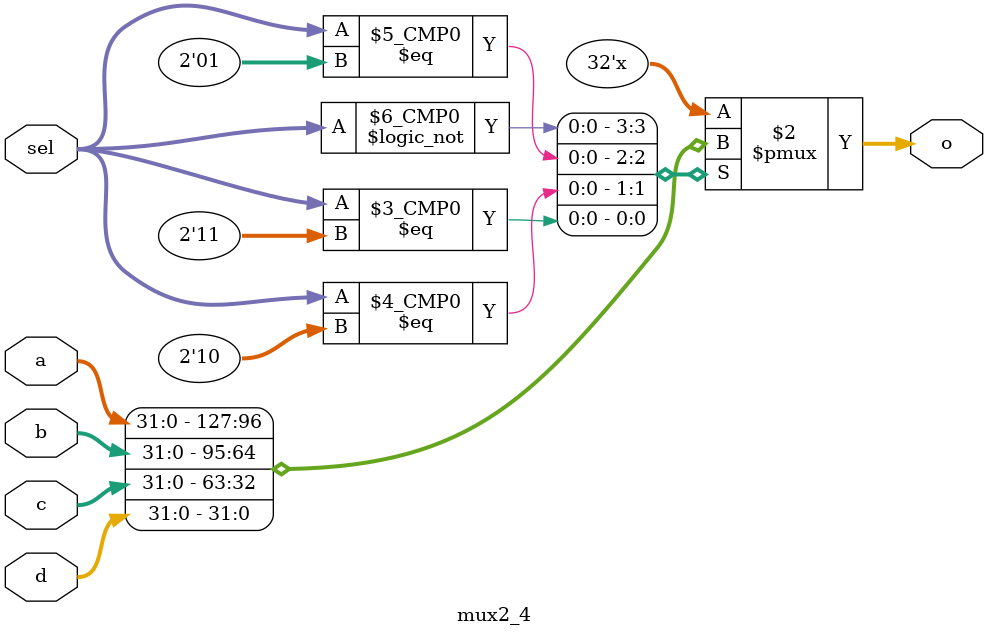
<source format=v>
module mux2_4 (
   sel,a,b,c,d,o
 );

 input [1:0]sel;
 input [31:0]a,b,c,d;
 output reg [31:0]o ;

 always @* begin
   case (sel)
      2'b00 : o = a;
      2'b01 : o = b;
      2'b10 : o = c;
      2'b11 : o = d; 
   endcase
 end
   
endmodule
</source>
